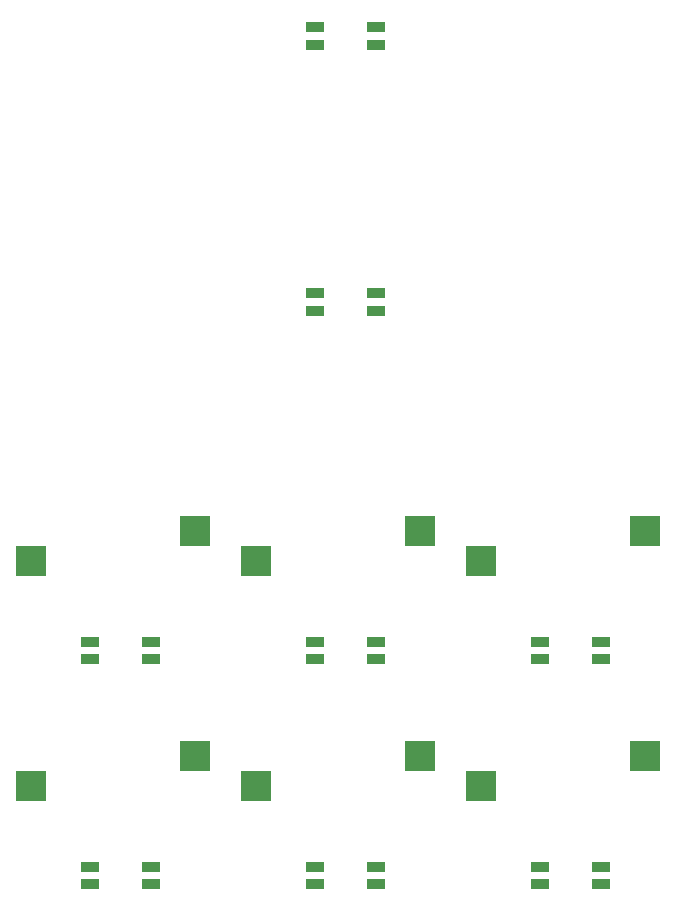
<source format=gbp>
%TF.GenerationSoftware,KiCad,Pcbnew,(6.0.1)*%
%TF.CreationDate,2022-01-30T14:08:35+01:00*%
%TF.ProjectId,Little Big Scroll 6,4c697474-6c65-4204-9269-67205363726f,v1.0*%
%TF.SameCoordinates,Original*%
%TF.FileFunction,Paste,Bot*%
%TF.FilePolarity,Positive*%
%FSLAX46Y46*%
G04 Gerber Fmt 4.6, Leading zero omitted, Abs format (unit mm)*
G04 Created by KiCad (PCBNEW (6.0.1)) date 2022-01-30 14:08:35*
%MOMM*%
%LPD*%
G01*
G04 APERTURE LIST*
G04 Aperture macros list*
%AMRoundRect*
0 Rectangle with rounded corners*
0 $1 Rounding radius*
0 $2 $3 $4 $5 $6 $7 $8 $9 X,Y pos of 4 corners*
0 Add a 4 corners polygon primitive as box body*
4,1,4,$2,$3,$4,$5,$6,$7,$8,$9,$2,$3,0*
0 Add four circle primitives for the rounded corners*
1,1,$1+$1,$2,$3*
1,1,$1+$1,$4,$5*
1,1,$1+$1,$6,$7*
1,1,$1+$1,$8,$9*
0 Add four rect primitives between the rounded corners*
20,1,$1+$1,$2,$3,$4,$5,0*
20,1,$1+$1,$4,$5,$6,$7,0*
20,1,$1+$1,$6,$7,$8,$9,0*
20,1,$1+$1,$8,$9,$2,$3,0*%
G04 Aperture macros list end*
%ADD10R,2.550000X2.500000*%
%ADD11RoundRect,0.082000X-0.718000X0.328000X-0.718000X-0.328000X0.718000X-0.328000X0.718000X0.328000X0*%
G04 APERTURE END LIST*
D10*
X97510000Y-98080000D03*
X83660000Y-100620000D03*
X116560000Y-98080000D03*
X102710000Y-100620000D03*
X135610000Y-98080000D03*
X121760000Y-100620000D03*
X97510000Y-117130000D03*
X83660000Y-119670000D03*
X116560000Y-117130000D03*
X102710000Y-119670000D03*
X135610000Y-117130000D03*
X121760000Y-119670000D03*
D11*
X93820000Y-107489999D03*
X93820000Y-108989999D03*
X88620000Y-108989999D03*
X88620000Y-107489999D03*
X112870000Y-107489999D03*
X112870000Y-108989999D03*
X107670000Y-108989999D03*
X107670000Y-107489999D03*
X126720000Y-107489999D03*
X126720000Y-108989999D03*
X131920000Y-108989999D03*
X131920000Y-107489999D03*
X93820000Y-126539999D03*
X93820000Y-128039999D03*
X88620000Y-128039999D03*
X88620000Y-126539999D03*
X112870000Y-126539999D03*
X112870000Y-128039999D03*
X107670000Y-128039999D03*
X107670000Y-126539999D03*
X131920000Y-126539999D03*
X131920000Y-128039999D03*
X126720000Y-128039999D03*
X126720000Y-126539999D03*
X107670000Y-55424999D03*
X107670000Y-56924999D03*
X112870000Y-56924999D03*
X112870000Y-55424999D03*
X107670000Y-77999999D03*
X107670000Y-79499999D03*
X112870000Y-79499999D03*
X112870000Y-77999999D03*
M02*

</source>
